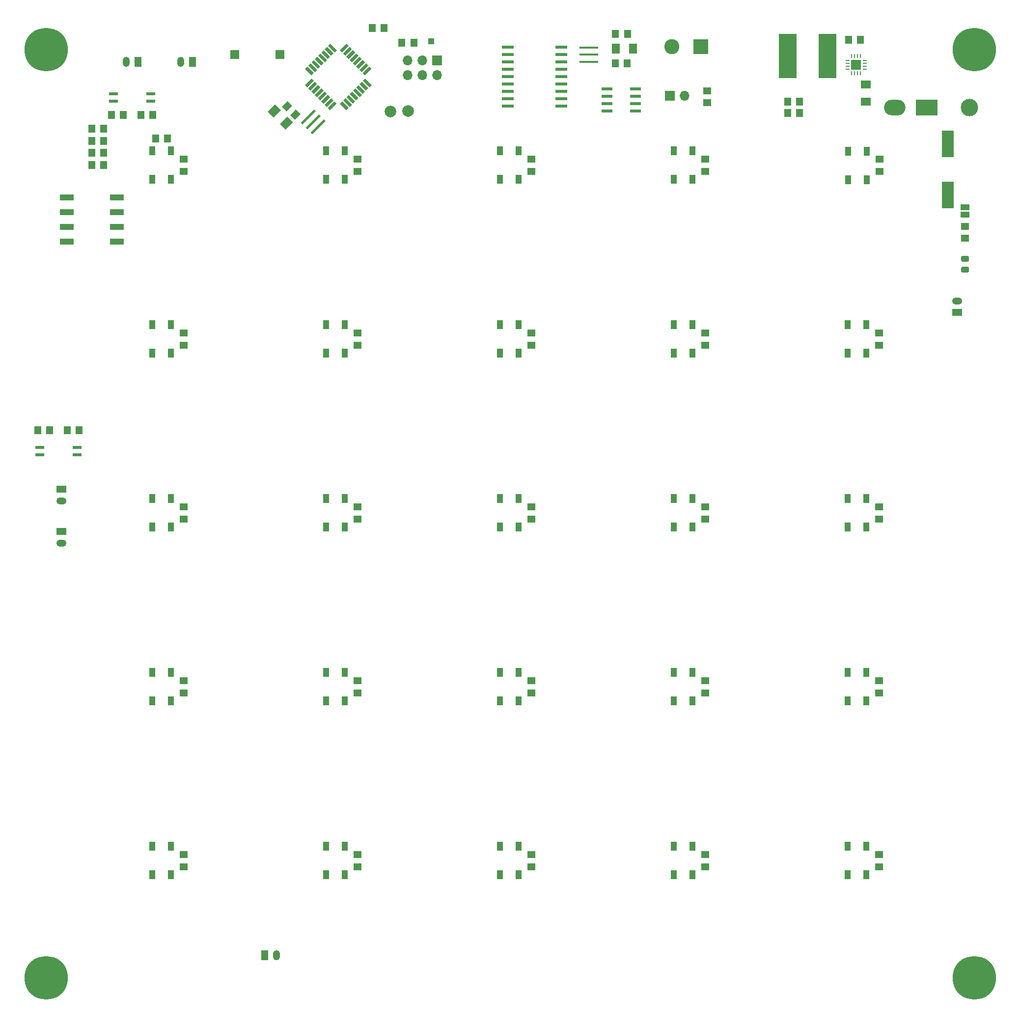
<source format=gbr>
G04 #@! TF.GenerationSoftware,KiCad,Pcbnew,(5.1.6)-1*
G04 #@! TF.CreationDate,2020-11-12T22:36:03-06:00*
G04 #@! TF.ProjectId,ddr-arrow-controller,6464722d-6172-4726-9f77-2d636f6e7472,rev?*
G04 #@! TF.SameCoordinates,Original*
G04 #@! TF.FileFunction,Soldermask,Top*
G04 #@! TF.FilePolarity,Negative*
%FSLAX46Y46*%
G04 Gerber Fmt 4.6, Leading zero omitted, Abs format (unit mm)*
G04 Created by KiCad (PCBNEW (5.1.6)-1) date 2020-11-12 22:36:03*
%MOMM*%
%LPD*%
G01*
G04 APERTURE LIST*
%ADD10C,3.000000*%
%ADD11O,3.700000X2.700000*%
%ADD12R,3.700000X2.700000*%
%ADD13R,2.100000X4.600000*%
%ADD14R,1.950000X0.600000*%
%ADD15R,2.050000X0.600000*%
%ADD16R,1.625000X0.600000*%
%ADD17O,1.750000X1.200000*%
%ADD18R,1.750000X1.200000*%
%ADD19O,1.200000X1.750000*%
%ADD20R,1.200000X1.750000*%
%ADD21R,1.425000X1.750000*%
%ADD22C,0.100000*%
%ADD23R,1.750000X1.425000*%
%ADD24R,1.400000X1.150000*%
%ADD25R,1.150000X1.400000*%
%ADD26R,1.000000X1.000000*%
%ADD27C,2.600000*%
%ADD28R,2.600000X2.600000*%
%ADD29O,1.700000X1.700000*%
%ADD30R,1.700000X1.700000*%
%ADD31R,1.500000X1.500000*%
%ADD32C,7.500000*%
%ADD33R,1.500000X1.000000*%
%ADD34R,3.200000X0.400000*%
%ADD35R,2.440000X1.120000*%
%ADD36R,0.260000X0.760000*%
%ADD37R,0.760000X0.260000*%
%ADD38R,3.100000X7.700000*%
%ADD39R,1.000000X1.500000*%
%ADD40C,2.000000*%
G04 APERTURE END LIST*
D10*
X165161000Y-16002000D03*
D11*
X152361000Y-16002000D03*
D12*
X157861000Y-16002000D03*
D13*
X161442400Y-22270000D03*
X161442400Y-31070000D03*
D14*
X107631000Y-12725400D03*
X107631000Y-13995400D03*
X107631000Y-15265400D03*
X107631000Y-16535400D03*
X102681000Y-16535400D03*
X102681000Y-15265400D03*
X102681000Y-13995400D03*
X102681000Y-12725400D03*
D15*
X85570800Y-15748000D03*
X85570800Y-14478000D03*
X85570800Y-13208000D03*
X85570800Y-11938000D03*
X85570800Y-10668000D03*
X85570800Y-9398000D03*
X85570800Y-8128000D03*
X85570800Y-6858000D03*
X85570800Y-5588000D03*
X94870800Y-5588000D03*
X94870800Y-6858000D03*
X94870800Y-8128000D03*
X94870800Y-9398000D03*
X94870800Y-10668000D03*
X94870800Y-11938000D03*
X94870800Y-13208000D03*
X94870800Y-14478000D03*
X94870800Y-15748000D03*
D16*
X11315500Y-74549000D03*
X11315500Y-75819000D03*
X4940500Y-75819000D03*
X4940500Y-74549000D03*
X24015500Y-13589000D03*
X24015500Y-14859000D03*
X17640500Y-14859000D03*
X17640500Y-13589000D03*
D17*
X8636000Y-83788000D03*
D18*
X8636000Y-81788000D03*
D19*
X19844000Y-8128000D03*
D20*
X21844000Y-8128000D03*
D17*
X8636000Y-91027000D03*
D18*
X8636000Y-89027000D03*
D19*
X45688000Y-162125660D03*
D20*
X43688000Y-162125660D03*
D17*
X163068000Y-49308000D03*
D18*
X163068000Y-51308000D03*
D19*
X29242000Y-8128000D03*
D20*
X31242000Y-8128000D03*
D21*
X107202300Y-5842000D03*
X104227300Y-5842000D03*
D22*
G36*
X46314769Y-18746066D02*
G01*
X47552206Y-17508629D01*
X48559833Y-18516256D01*
X47322396Y-19753693D01*
X46314769Y-18746066D01*
G37*
G36*
X44211127Y-16642424D02*
G01*
X45448564Y-15404987D01*
X46456191Y-16412614D01*
X45218754Y-17650051D01*
X44211127Y-16642424D01*
G37*
D23*
X147320000Y-14949500D03*
X147320000Y-11974500D03*
D24*
X120015000Y-15122000D03*
X120015000Y-13072000D03*
D25*
X11693000Y-71628000D03*
X9643000Y-71628000D03*
X6613000Y-71628000D03*
X4563000Y-71628000D03*
X69401800Y-4800600D03*
X67351800Y-4800600D03*
X15960200Y-19608800D03*
X13910200Y-19608800D03*
X106231800Y-3302000D03*
X104181800Y-3302000D03*
X19313000Y-17272000D03*
X17263000Y-17272000D03*
X22343000Y-17272000D03*
X24393000Y-17272000D03*
D24*
X164439600Y-38464600D03*
X164439600Y-36414600D03*
D25*
X15960200Y-21691600D03*
X13910200Y-21691600D03*
X15960200Y-23774400D03*
X13910200Y-23774400D03*
X15960200Y-25857200D03*
X13910200Y-25857200D03*
X26933000Y-21336000D03*
X24883000Y-21336000D03*
D24*
X149606000Y-144771000D03*
X149606000Y-146821000D03*
X149606000Y-114799000D03*
X149606000Y-116849000D03*
X149606000Y-84827000D03*
X149606000Y-86877000D03*
X149606000Y-54864000D03*
X149606000Y-56914000D03*
X149733000Y-24883000D03*
X149733000Y-26933000D03*
X119634000Y-144771000D03*
X119634000Y-146821000D03*
X119634000Y-114799000D03*
X119634000Y-116849000D03*
X119634000Y-84827000D03*
X119634000Y-86877000D03*
X119634000Y-54855000D03*
X119634000Y-56905000D03*
X119634000Y-24883000D03*
X119634000Y-26933000D03*
X89662000Y-144771000D03*
X89662000Y-146821000D03*
X89662000Y-114799000D03*
X89662000Y-116849000D03*
X89662000Y-84827000D03*
X89662000Y-86877000D03*
X89662000Y-54855000D03*
X89662000Y-56905000D03*
X89662000Y-24883000D03*
X89662000Y-26933000D03*
X59690000Y-144771000D03*
X59690000Y-146821000D03*
X59690000Y-114799000D03*
X59690000Y-116849000D03*
X59690000Y-84827000D03*
X59690000Y-86877000D03*
X59690000Y-54855000D03*
X59690000Y-56905000D03*
X59690000Y-24883000D03*
X59690000Y-26933000D03*
X29718000Y-144771000D03*
X29718000Y-146821000D03*
X29718000Y-114799000D03*
X29718000Y-116849000D03*
X29718000Y-84827000D03*
X29718000Y-86877000D03*
X29718000Y-54855000D03*
X29718000Y-56905000D03*
X29718000Y-24883000D03*
X29718000Y-26933000D03*
D25*
X106222800Y-8382000D03*
X104172800Y-8382000D03*
X62221000Y-2286000D03*
X64271000Y-2286000D03*
D22*
G36*
X48083223Y-17264752D02*
G01*
X49073172Y-16274803D01*
X49886345Y-17087976D01*
X48896396Y-18077925D01*
X48083223Y-17264752D01*
G37*
G36*
X46633655Y-15815184D02*
G01*
X47623604Y-14825235D01*
X48436777Y-15638408D01*
X47446828Y-16628357D01*
X46633655Y-15815184D01*
G37*
D26*
X72390000Y-4572000D03*
D27*
X113872000Y-5461000D03*
D28*
X118872000Y-5461000D03*
D29*
X116078000Y-13970000D03*
D30*
X113538000Y-13970000D03*
D29*
X68326000Y-10414000D03*
X68326000Y-7874000D03*
X70866000Y-10414000D03*
X70866000Y-7874000D03*
X73406000Y-10414000D03*
D30*
X73406000Y-7874000D03*
D31*
X38518000Y-6858000D03*
X46318000Y-6858000D03*
D32*
X166000000Y-166000000D03*
X6000000Y-166000000D03*
X6000000Y-6000000D03*
X166000000Y-6000000D03*
D33*
X164439600Y-34432000D03*
X164439600Y-33132000D03*
D34*
X99618800Y-8058000D03*
X99618800Y-6858000D03*
X99618800Y-5658000D03*
D22*
G36*
X51627956Y-20263637D02*
G01*
X53890697Y-18000896D01*
X54173540Y-18283739D01*
X51910799Y-20546480D01*
X51627956Y-20263637D01*
G37*
G36*
X50779428Y-19415109D02*
G01*
X53042169Y-17152368D01*
X53325012Y-17435211D01*
X51062271Y-19697952D01*
X50779428Y-19415109D01*
G37*
G36*
X49930900Y-18566581D02*
G01*
X52193641Y-16303840D01*
X52476484Y-16586683D01*
X50213743Y-18849424D01*
X49930900Y-18566581D01*
G37*
D35*
X18224200Y-31496000D03*
X9614200Y-39116000D03*
X18224200Y-34036000D03*
X9614200Y-36576000D03*
X18224200Y-36576000D03*
X9614200Y-34036000D03*
X18224200Y-39116000D03*
X9614200Y-31496000D03*
D25*
X144364600Y-4318000D03*
X146414600Y-4318000D03*
D30*
X145643600Y-8585200D03*
D36*
X144893600Y-7100200D03*
X145393600Y-7100200D03*
X145893600Y-7100200D03*
X146393600Y-7100200D03*
X146393600Y-10070200D03*
X145893600Y-10070200D03*
X145393600Y-10070200D03*
X144893600Y-10070200D03*
D37*
X144158600Y-9335200D03*
X144158600Y-8835200D03*
X144158600Y-8335200D03*
X144158600Y-7835200D03*
X147128600Y-7835200D03*
X147128600Y-8335200D03*
X147128600Y-8835200D03*
X147128600Y-9335200D03*
G36*
G01*
X164895850Y-44401800D02*
X163983350Y-44401800D01*
G75*
G02*
X163739600Y-44158050I0J243750D01*
G01*
X163739600Y-43670550D01*
G75*
G02*
X163983350Y-43426800I243750J0D01*
G01*
X164895850Y-43426800D01*
G75*
G02*
X165139600Y-43670550I0J-243750D01*
G01*
X165139600Y-44158050D01*
G75*
G02*
X164895850Y-44401800I-243750J0D01*
G01*
G37*
G36*
G01*
X164895850Y-42526800D02*
X163983350Y-42526800D01*
G75*
G02*
X163739600Y-42283050I0J243750D01*
G01*
X163739600Y-41795550D01*
G75*
G02*
X163983350Y-41551800I243750J0D01*
G01*
X164895850Y-41551800D01*
G75*
G02*
X165139600Y-41795550I0J-243750D01*
G01*
X165139600Y-42283050D01*
G75*
G02*
X164895850Y-42526800I-243750J0D01*
G01*
G37*
D25*
X135899000Y-16865600D03*
X133849000Y-16865600D03*
X135888840Y-14932660D03*
X133838840Y-14932660D03*
D38*
X133837000Y-7112000D03*
X140737000Y-7112000D03*
D39*
X24308000Y-28358000D03*
X27508000Y-28358000D03*
X24308000Y-23458000D03*
X27508000Y-23458000D03*
X144196000Y-58330000D03*
X147396000Y-58330000D03*
X144196000Y-53430000D03*
X147396000Y-53430000D03*
X27508000Y-83402000D03*
X24308000Y-83402000D03*
X27508000Y-88302000D03*
X24308000Y-88302000D03*
X144196000Y-118210500D03*
X147396000Y-118210500D03*
X144196000Y-113310500D03*
X147396000Y-113310500D03*
X24308000Y-148246000D03*
X27508000Y-148246000D03*
X24308000Y-143346000D03*
X27508000Y-143346000D03*
X54280000Y-28358000D03*
X57480000Y-28358000D03*
X54280000Y-23458000D03*
X57480000Y-23458000D03*
X117424000Y-53430000D03*
X114224000Y-53430000D03*
X117424000Y-58330000D03*
X114224000Y-58330000D03*
X57480000Y-83402000D03*
X54280000Y-83402000D03*
X57480000Y-88302000D03*
X54280000Y-88302000D03*
X117424000Y-113310500D03*
X114224000Y-113310500D03*
X117424000Y-118210500D03*
X114224000Y-118210500D03*
X57480000Y-143346000D03*
X54280000Y-143346000D03*
X57480000Y-148246000D03*
X54280000Y-148246000D03*
X87452000Y-23458000D03*
X84252000Y-23458000D03*
X87452000Y-28358000D03*
X84252000Y-28358000D03*
X87452000Y-53430000D03*
X84252000Y-53430000D03*
X87452000Y-58330000D03*
X84252000Y-58330000D03*
X87452000Y-83402000D03*
X84252000Y-83402000D03*
X87452000Y-88302000D03*
X84252000Y-88302000D03*
X84252000Y-118274000D03*
X87452000Y-118274000D03*
X84252000Y-113374000D03*
X87452000Y-113374000D03*
X84252000Y-148246000D03*
X87452000Y-148246000D03*
X84252000Y-143346000D03*
X87452000Y-143346000D03*
X114224000Y-28358000D03*
X117424000Y-28358000D03*
X114224000Y-23458000D03*
X117424000Y-23458000D03*
X54280000Y-58330000D03*
X57480000Y-58330000D03*
X54280000Y-53430000D03*
X57480000Y-53430000D03*
X114224000Y-88302000D03*
X117424000Y-88302000D03*
X114224000Y-83402000D03*
X117424000Y-83402000D03*
X57480000Y-113310500D03*
X54280000Y-113310500D03*
X57480000Y-118210500D03*
X54280000Y-118210500D03*
X114224000Y-148246000D03*
X117424000Y-148246000D03*
X114224000Y-143346000D03*
X117424000Y-143346000D03*
X147486000Y-23534000D03*
X144286000Y-23534000D03*
X147486000Y-28434000D03*
X144286000Y-28434000D03*
X27508000Y-53366500D03*
X24308000Y-53366500D03*
X27508000Y-58266500D03*
X24308000Y-58266500D03*
X147396000Y-83402000D03*
X144196000Y-83402000D03*
X147396000Y-88302000D03*
X144196000Y-88302000D03*
X24308000Y-118210500D03*
X27508000Y-118210500D03*
X24308000Y-113310500D03*
X27508000Y-113310500D03*
X147396000Y-143346000D03*
X144196000Y-143346000D03*
X147396000Y-148246000D03*
X144196000Y-148246000D03*
D40*
X68427600Y-16586200D03*
X65379600Y-16611600D03*
D22*
G36*
X51031666Y-12453445D02*
G01*
X50642757Y-12064536D01*
X51774128Y-10933165D01*
X52163037Y-11322074D01*
X51031666Y-12453445D01*
G37*
G36*
X51597352Y-13019130D02*
G01*
X51208443Y-12630221D01*
X52339814Y-11498850D01*
X52728723Y-11887759D01*
X51597352Y-13019130D01*
G37*
G36*
X52163037Y-13584816D02*
G01*
X51774128Y-13195907D01*
X52905499Y-12064536D01*
X53294408Y-12453445D01*
X52163037Y-13584816D01*
G37*
G36*
X52728722Y-14150501D02*
G01*
X52339813Y-13761592D01*
X53471184Y-12630221D01*
X53860093Y-13019130D01*
X52728722Y-14150501D01*
G37*
G36*
X53294408Y-14716187D02*
G01*
X52905499Y-14327278D01*
X54036870Y-13195907D01*
X54425779Y-13584816D01*
X53294408Y-14716187D01*
G37*
G36*
X53860093Y-15281872D02*
G01*
X53471184Y-14892963D01*
X54602555Y-13761592D01*
X54991464Y-14150501D01*
X53860093Y-15281872D01*
G37*
G36*
X54425779Y-15847557D02*
G01*
X54036870Y-15458648D01*
X55168241Y-14327277D01*
X55557150Y-14716186D01*
X54425779Y-15847557D01*
G37*
G36*
X54991464Y-16413243D02*
G01*
X54602555Y-16024334D01*
X55733926Y-14892963D01*
X56122835Y-15281872D01*
X54991464Y-16413243D01*
G37*
G36*
X58173445Y-16024334D02*
G01*
X57784536Y-16413243D01*
X56653165Y-15281872D01*
X57042074Y-14892963D01*
X58173445Y-16024334D01*
G37*
G36*
X58739130Y-15458648D02*
G01*
X58350221Y-15847557D01*
X57218850Y-14716186D01*
X57607759Y-14327277D01*
X58739130Y-15458648D01*
G37*
G36*
X59304816Y-14892963D02*
G01*
X58915907Y-15281872D01*
X57784536Y-14150501D01*
X58173445Y-13761592D01*
X59304816Y-14892963D01*
G37*
G36*
X59870501Y-14327278D02*
G01*
X59481592Y-14716187D01*
X58350221Y-13584816D01*
X58739130Y-13195907D01*
X59870501Y-14327278D01*
G37*
G36*
X60436187Y-13761592D02*
G01*
X60047278Y-14150501D01*
X58915907Y-13019130D01*
X59304816Y-12630221D01*
X60436187Y-13761592D01*
G37*
G36*
X61001872Y-13195907D02*
G01*
X60612963Y-13584816D01*
X59481592Y-12453445D01*
X59870501Y-12064536D01*
X61001872Y-13195907D01*
G37*
G36*
X61567557Y-12630221D02*
G01*
X61178648Y-13019130D01*
X60047277Y-11887759D01*
X60436186Y-11498850D01*
X61567557Y-12630221D01*
G37*
G36*
X62133243Y-12064536D02*
G01*
X61744334Y-12453445D01*
X60612963Y-11322074D01*
X61001872Y-10933165D01*
X62133243Y-12064536D01*
G37*
G36*
X61001872Y-10402835D02*
G01*
X60612963Y-10013926D01*
X61744334Y-8882555D01*
X62133243Y-9271464D01*
X61001872Y-10402835D01*
G37*
G36*
X60436186Y-9837150D02*
G01*
X60047277Y-9448241D01*
X61178648Y-8316870D01*
X61567557Y-8705779D01*
X60436186Y-9837150D01*
G37*
G36*
X59870501Y-9271464D02*
G01*
X59481592Y-8882555D01*
X60612963Y-7751184D01*
X61001872Y-8140093D01*
X59870501Y-9271464D01*
G37*
G36*
X59304816Y-8705779D02*
G01*
X58915907Y-8316870D01*
X60047278Y-7185499D01*
X60436187Y-7574408D01*
X59304816Y-8705779D01*
G37*
G36*
X58739130Y-8140093D02*
G01*
X58350221Y-7751184D01*
X59481592Y-6619813D01*
X59870501Y-7008722D01*
X58739130Y-8140093D01*
G37*
G36*
X58173445Y-7574408D02*
G01*
X57784536Y-7185499D01*
X58915907Y-6054128D01*
X59304816Y-6443037D01*
X58173445Y-7574408D01*
G37*
G36*
X57607759Y-7008723D02*
G01*
X57218850Y-6619814D01*
X58350221Y-5488443D01*
X58739130Y-5877352D01*
X57607759Y-7008723D01*
G37*
G36*
X57042074Y-6443037D02*
G01*
X56653165Y-6054128D01*
X57784536Y-4922757D01*
X58173445Y-5311666D01*
X57042074Y-6443037D01*
G37*
G36*
X56122835Y-6054128D02*
G01*
X55733926Y-6443037D01*
X54602555Y-5311666D01*
X54991464Y-4922757D01*
X56122835Y-6054128D01*
G37*
G36*
X55557150Y-6619814D02*
G01*
X55168241Y-7008723D01*
X54036870Y-5877352D01*
X54425779Y-5488443D01*
X55557150Y-6619814D01*
G37*
G36*
X54991464Y-7185499D02*
G01*
X54602555Y-7574408D01*
X53471184Y-6443037D01*
X53860093Y-6054128D01*
X54991464Y-7185499D01*
G37*
G36*
X54425779Y-7751184D02*
G01*
X54036870Y-8140093D01*
X52905499Y-7008722D01*
X53294408Y-6619813D01*
X54425779Y-7751184D01*
G37*
G36*
X53860093Y-8316870D02*
G01*
X53471184Y-8705779D01*
X52339813Y-7574408D01*
X52728722Y-7185499D01*
X53860093Y-8316870D01*
G37*
G36*
X53294408Y-8882555D02*
G01*
X52905499Y-9271464D01*
X51774128Y-8140093D01*
X52163037Y-7751184D01*
X53294408Y-8882555D01*
G37*
G36*
X52728723Y-9448241D02*
G01*
X52339814Y-9837150D01*
X51208443Y-8705779D01*
X51597352Y-8316870D01*
X52728723Y-9448241D01*
G37*
G36*
X52163037Y-10013926D02*
G01*
X51774128Y-10402835D01*
X50642757Y-9271464D01*
X51031666Y-8882555D01*
X52163037Y-10013926D01*
G37*
M02*

</source>
